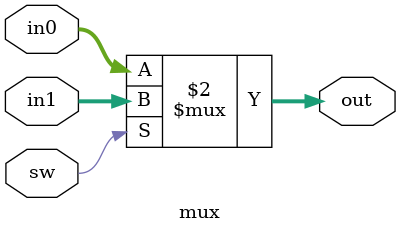
<source format=v>
module mux (
    input [31:0] in0,
    input [31:0] in1,
    input sw,
    output reg [31:0] out
);
    
always @(*) begin
    out = (sw?in1:in0);
end

endmodule
</source>
